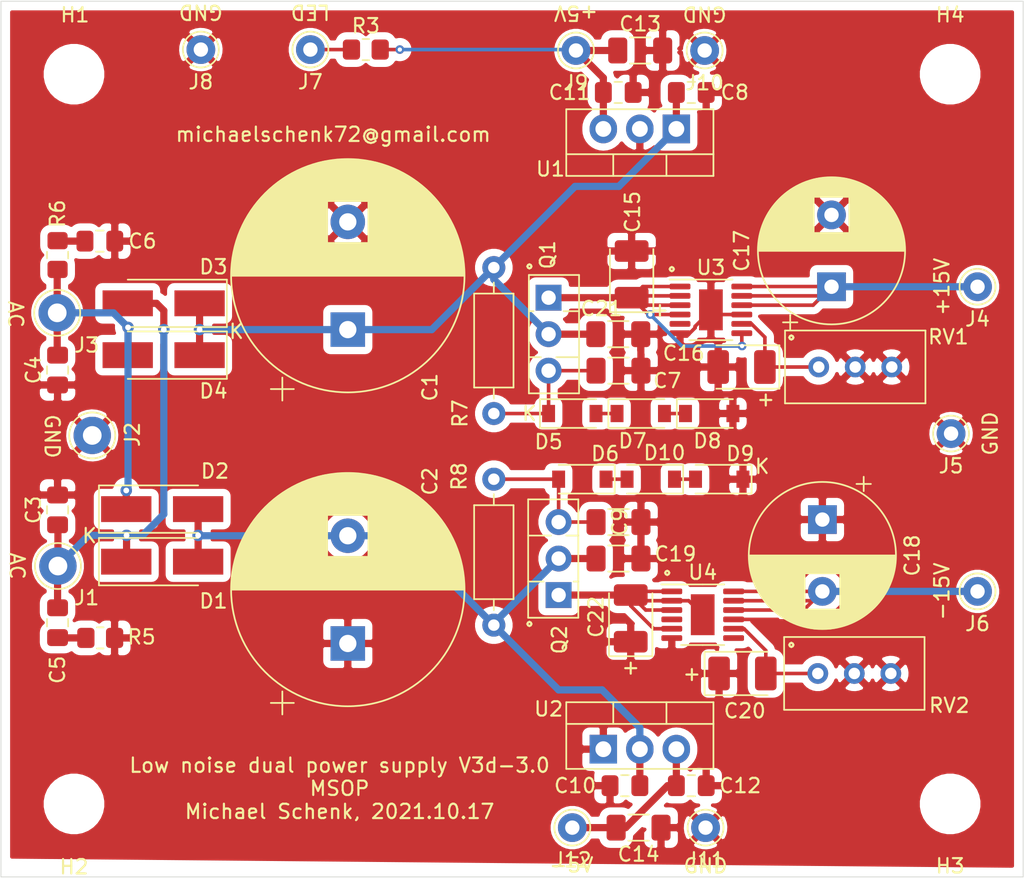
<source format=kicad_pcb>
(kicad_pcb (version 20171130) (host pcbnew "(5.1.10-0-10_14)")
  (layers (0 F.Cu signal) (31 B.Cu signal) (34 B.Paste user) (35 F.Paste user) (36 B.SilkS user) (37 F.SilkS user) (38 B.Mask user) (39 F.Mask user) (44 Edge.Cuts user))
  (net 0 "")
  (net 1 GND)
  (net 2 "Net-(C1-Pad1)")
  (net 3 "Net-(C4-Pad2)")
  (net 4 "Net-(C10-Pad2)")
  (net 5 "Net-(C11-Pad1)")
  (net 6 "Net-(C12-Pad2)")
  (net 7 "Net-(J7-Pad1)")
  (net 8 "Net-(C7-Pad1)")
  (net 9 "Net-(C9-Pad2)")
  (net 10 "Net-(C17-Pad1)")
  (net 11 "Net-(C18-Pad2)")
  (net 12 "Net-(C3-Pad1)")
  (net 13 "Net-(C5-Pad2)")
  (net 14 "Net-(C6-Pad2)")
  (net 15 "Net-(C20-Pad2)")
  (net 16 "Net-(D5-Pad2)")
  (net 17 "Net-(D10-Pad2)")
  (net 18 "Net-(D7-Pad2)")
  (net 19 "Net-(D10-Pad1)")
  (net 20 "Net-(C15-Pad1)")
  (net 21 "Net-(C16-Pad1)")
  (net 22 "Net-(C19-Pad2)")
  (module Capacitor_Tantalum_SMD:CP_EIA-3528-15_AVX-H_Pad1.50x2.35mm_HandSolder (layer F.Cu) (at 131.5345 53.4035 180)
    (fp_text reference C16 (at 4.0265 0.9525) (layer F.SilkS))
    (fp_text value 4.7uF/35V)
    (pad 2 smd roundrect (at 1.625 0 180) (size 1.5 2.35) (layers F.Cu F.Paste F.Mask) (roundrect_rratio 0.166667) (net 1 GND))
    (pad 1 smd roundrect (at -1.625 0 180) (size 1.5 2.35) (layers F.Cu F.Paste F.Mask) (roundrect_rratio 0.166667) (net 21 "Net-(C16-Pad1)"))
  )
  (module Capacitor_THT:CP_Radial_D10.0mm_P5.00mm (layer F.Cu) (at 137.16 64.0245 270)
    (fp_text reference C18 (at 2.5 -6.25 90) (layer F.SilkS))
    (fp_text value 470uF/25V)
    (pad 2 thru_hole circle (at 5 0 270) (size 2 2) (drill 1) (layers *.Cu *.Mask) (net 11 "Net-(C18-Pad2)"))
    (pad 1 thru_hole rect (at 0 0 270) (size 2 2) (drill 1) (layers *.Cu *.Mask) (net 1 GND))
  )
  (module Capacitor_THT:CP_Radial_D10.0mm_P5.00mm (layer F.Cu) (at 137.795 47.8155 90)
    (fp_text reference C17 (at 2.5 -6.25 90) (layer F.SilkS))
    (fp_text value 470uF/25V)
    (pad 2 thru_hole circle (at 5 0 90) (size 2 2) (drill 1) (layers *.Cu *.Mask) (net 1 GND))
    (pad 1 thru_hole rect (at 0 0 90) (size 2 2) (drill 1) (layers *.Cu *.Mask) (net 10 "Net-(C17-Pad1)"))
  )
  (module Package_SO:MSOP-12-1EP_3x4mm_P0.65mm_EP1.65x2.85mm (layer F.Cu) (at 128.8325 70.6495)
    (fp_text reference U4 (at 0 -2.95) (layer F.SilkS))
    (fp_text value LT3094xMSE)
    (pad 13 smd rect (at 0 0) (size 1.65 2.85) (layers F.Cu F.Mask) (net 22 "Net-(C19-Pad2)"))
    (pad 12 smd roundrect (at 2.15 -1.625) (size 1.45 0.4) (layers F.Cu F.Paste F.Mask) (net 11 "Net-(C18-Pad2)"))
    (pad 11 smd roundrect (at 2.15 -0.975) (size 1.45 0.4) (layers F.Cu F.Paste F.Mask) (net 11 "Net-(C18-Pad2)"))
    (pad 10 smd roundrect (at 2.15 -0.325) (size 1.45 0.4) (layers F.Cu F.Paste F.Mask) (net 11 "Net-(C18-Pad2)"))
    (pad 9 smd roundrect (at 2.15 0.325) (size 1.45 0.4) (layers F.Cu F.Paste F.Mask) (net 1 GND))
    (pad 8 smd roundrect (at 2.15 0.975) (size 1.45 0.4) (layers F.Cu F.Paste F.Mask) (net 15 "Net-(C20-Pad2)"))
    (pad 7 smd roundrect (at 2.15 1.625) (size 1.45 0.4) (layers F.Cu F.Paste F.Mask))
    (pad 6 smd roundrect (at -2.15 1.625) (size 1.45 0.4) (layers F.Cu F.Paste F.Mask) (net 1 GND))
    (pad 5 smd roundrect (at -2.15 0.975) (size 1.45 0.4) (layers F.Cu F.Paste F.Mask) (net 22 "Net-(C19-Pad2)"))
    (pad 4 smd roundrect (at -2.15 0.325) (size 1.45 0.4) (layers F.Cu F.Paste F.Mask))
    (pad 3 smd roundrect (at -2.15 -0.325) (size 1.45 0.4) (layers F.Cu F.Paste F.Mask) (net 22 "Net-(C19-Pad2)"))
    (pad 2 smd roundrect (at -2.15 -0.975) (size 1.45 0.4) (layers F.Cu F.Paste F.Mask) (net 22 "Net-(C19-Pad2)"))
    (pad 1 smd roundrect (at -2.15 -1.625) (size 1.45 0.4) (layers F.Cu F.Paste F.Mask) (net 22 "Net-(C19-Pad2)"))
  )
  (module Package_SO:MSOP-12-1EP_3x4mm_P0.65mm_EP1.65x2.85mm (layer F.Cu) (at 129.404 49.4255)
    (fp_text reference U3 (at 0 -2.95) (layer F.SilkS))
    (fp_text value LT3045xMSE)
    (pad 13 smd rect (at 0 0) (size 1.65 2.85) (layers F.Cu F.Mask) (net 1 GND))
    (pad 12 smd roundrect (at 2.15 -1.625) (size 1.45 0.4) (layers F.Cu F.Paste F.Mask) (net 10 "Net-(C17-Pad1)"))
    (pad 11 smd roundrect (at 2.15 -0.975) (size 1.45 0.4) (layers F.Cu F.Paste F.Mask) (net 10 "Net-(C17-Pad1)"))
    (pad 10 smd roundrect (at 2.15 -0.325) (size 1.45 0.4) (layers F.Cu F.Paste F.Mask) (net 10 "Net-(C17-Pad1)"))
    (pad 9 smd roundrect (at 2.15 0.325) (size 1.45 0.4) (layers F.Cu F.Paste F.Mask) (net 1 GND))
    (pad 8 smd roundrect (at 2.15 0.975) (size 1.45 0.4) (layers F.Cu F.Paste F.Mask) (net 21 "Net-(C16-Pad1)"))
    (pad 7 smd roundrect (at 2.15 1.625) (size 1.45 0.4) (layers F.Cu F.Paste F.Mask) (net 20 "Net-(C15-Pad1)"))
    (pad 6 smd roundrect (at -2.15 1.625) (size 1.45 0.4) (layers F.Cu F.Paste F.Mask) (net 1 GND))
    (pad 5 smd roundrect (at -2.15 0.975) (size 1.45 0.4) (layers F.Cu F.Paste F.Mask))
    (pad 4 smd roundrect (at -2.15 0.325) (size 1.45 0.4) (layers F.Cu F.Paste F.Mask) (net 20 "Net-(C15-Pad1)"))
    (pad 3 smd roundrect (at -2.15 -0.325) (size 1.45 0.4) (layers F.Cu F.Paste F.Mask) (net 20 "Net-(C15-Pad1)"))
    (pad 2 smd roundrect (at -2.15 -0.975) (size 1.45 0.4) (layers F.Cu F.Paste F.Mask) (net 20 "Net-(C15-Pad1)"))
    (pad 1 smd roundrect (at -2.15 -1.625) (size 1.45 0.4) (layers F.Cu F.Paste F.Mask) (net 20 "Net-(C15-Pad1)"))
  )
  (module Capacitor_SMD:C_1206_3216Metric_Pad1.33x1.80mm_HandSolder (layer F.Cu) (at 122.9745 66.7385 180)
    (fp_text reference C22 (at 1.5625 -4.064 270) (layer F.SilkS))
    (fp_text value 4.7uF/50V)
    (pad 2 smd roundrect (at 1.5625 0 180) (size 1.325 1.8) (layers F.Cu F.Paste F.Mask) (roundrect_rratio 0.188679) (net 4 "Net-(C10-Pad2)"))
    (pad 1 smd roundrect (at -1.5625 0 180) (size 1.325 1.8) (layers F.Cu F.Paste F.Mask) (roundrect_rratio 0.188679) (net 1 GND))
  )
  (module Capacitor_SMD:C_1206_3216Metric_Pad1.33x1.80mm_HandSolder (layer F.Cu) (at 122.961 51.1175)
    (fp_text reference C21 (at -1.168 -1.778) (layer F.SilkS))
    (fp_text value 4.7uF/50V)
    (pad 2 smd roundrect (at 1.5625 0) (size 1.325 1.8) (layers F.Cu F.Paste F.Mask) (roundrect_rratio 0.188679) (net 1 GND))
    (pad 1 smd roundrect (at -1.5625 0) (size 1.325 1.8) (layers F.Cu F.Paste F.Mask) (roundrect_rratio 0.188679) (net 2 "Net-(C1-Pad1)"))
  )
  (module Capacitor_Tantalum_SMD:CP_EIA-3528-15_AVX-H_Pad1.50x2.35mm_HandSolder (layer F.Cu) (at 131.598 74.7395)
    (fp_text reference C20 (at 0.1645 2.6035) (layer F.SilkS))
    (fp_text value 4.7uF/35V)
    (pad 2 smd roundrect (at 1.625 0) (size 1.5 2.35) (layers F.Cu F.Paste F.Mask) (roundrect_rratio 0.166667) (net 15 "Net-(C20-Pad2)"))
    (pad 1 smd roundrect (at -1.625 0) (size 1.5 2.35) (layers F.Cu F.Paste F.Mask) (roundrect_rratio 0.166667) (net 1 GND))
  )
  (module Capacitor_Tantalum_SMD:CP_EIA-3528-15_AVX-H_Pad1.50x2.35mm_HandSolder (layer F.Cu) (at 123.825 70.9035 90)
    (fp_text reference C19 (at 4.4825 3.1115 180) (layer F.SilkS))
    (fp_text value 4.7uF/35V)
    (pad 2 smd roundrect (at 1.625 0 90) (size 1.5 2.35) (layers F.Cu F.Paste F.Mask) (roundrect_rratio 0.166667) (net 22 "Net-(C19-Pad2)"))
    (pad 1 smd roundrect (at -1.625 0 90) (size 1.5 2.35) (layers F.Cu F.Paste F.Mask) (roundrect_rratio 0.166667) (net 1 GND))
  )
  (module Capacitor_Tantalum_SMD:CP_EIA-3528-15_AVX-H_Pad1.50x2.35mm_HandSolder (layer F.Cu) (at 123.8885 46.9525 90)
    (fp_text reference C15 (at 4.344 0.0635 90) (layer F.SilkS))
    (fp_text value 4.7uF/35V)
    (pad 2 smd roundrect (at 1.625 0 90) (size 1.5 2.35) (layers F.Cu F.Paste F.Mask) (roundrect_rratio 0.166667) (net 1 GND))
    (pad 1 smd roundrect (at -1.625 0 90) (size 1.5 2.35) (layers F.Cu F.Paste F.Mask) (roundrect_rratio 0.166667) (net 20 "Net-(C15-Pad1)"))
  )
  (module Capacitor_SMD:C_1206_3216Metric_Pad1.33x1.80mm_HandSolder (layer F.Cu) (at 122.9745 64.1985 180)
    (fp_text reference C9 (at -0.0885 0 90) (layer F.SilkS))
    (fp_text value 4.7uF/50V)
    (pad 2 smd roundrect (at 1.5625 0 180) (size 1.325 1.8) (layers F.Cu F.Paste F.Mask) (roundrect_rratio 0.188679) (net 9 "Net-(C9-Pad2)"))
    (pad 1 smd roundrect (at -1.5625 0 180) (size 1.325 1.8) (layers F.Cu F.Paste F.Mask) (roundrect_rratio 0.188679) (net 1 GND))
  )
  (module Capacitor_SMD:C_1206_3216Metric_Pad1.33x1.80mm_HandSolder (layer F.Cu) (at 122.9745 53.6575)
    (fp_text reference C7 (at 3.3905 0.6985) (layer F.SilkS))
    (fp_text value 4.7uF/50V)
    (pad 2 smd roundrect (at 1.5625 0) (size 1.325 1.8) (layers F.Cu F.Paste F.Mask) (roundrect_rratio 0.188679) (net 1 GND))
    (pad 1 smd roundrect (at -1.5625 0) (size 1.325 1.8) (layers F.Cu F.Paste F.Mask) (roundrect_rratio 0.188679) (net 8 "Net-(C7-Pad1)"))
  )
  (module Connector_Pin:Pin_D1.0mm_L10.0mm (layer F.Cu) (at 119.761 85.471)
    (fp_text reference J12 (at 0 2.25) (layer F.SilkS))
    (fp_text value -5V)
    (pad 1 thru_hole circle (at 0 0) (size 2 2) (drill 1) (layers *.Cu *.Mask) (net 6 "Net-(C12-Pad2)"))
  )
  (module Connector_Pin:Pin_D1.0mm_L10.0mm (layer F.Cu) (at 129.032 85.471)
    (fp_text reference J11 (at 0 2.25) (layer F.SilkS))
    (fp_text value GND)
    (pad 1 thru_hole circle (at 0 0) (size 2 2) (drill 1) (layers *.Cu *.Mask) (net 1 GND))
  )
  (module Connector_Pin:Pin_D1.0mm_L10.0mm (layer F.Cu) (at 128.9685 31.369)
    (fp_text reference J10 (at 0 2.25) (layer F.SilkS))
    (fp_text value GND)
    (pad 1 thru_hole circle (at 0 0) (size 2 2) (drill 1) (layers *.Cu *.Mask) (net 1 GND))
  )
  (module Connector_Pin:Pin_D1.0mm_L10.0mm (layer F.Cu) (at 120.015 31.369)
    (fp_text reference J9 (at 0 2.25) (layer F.SilkS))
    (fp_text value +5V)
    (pad 1 thru_hole circle (at 0 0) (size 2 2) (drill 1) (layers *.Cu *.Mask) (net 5 "Net-(C11-Pad1)"))
  )
  (module Connector_Pin:Pin_D1.0mm_L10.0mm (layer F.Cu) (at 93.9165 31.3055)
    (fp_text reference J8 (at 0 2.25) (layer F.SilkS))
    (fp_text value GND)
    (pad 1 thru_hole circle (at 0 0) (size 2 2) (drill 1) (layers *.Cu *.Mask) (net 1 GND))
  )
  (module Connector_Pin:Pin_D1.0mm_L10.0mm (layer F.Cu) (at 101.5365 31.3055)
    (fp_text reference J7 (at 0 2.25) (layer F.SilkS))
    (fp_text value LED)
    (pad 1 thru_hole circle (at 0 0) (size 2 2) (drill 1) (layers *.Cu *.Mask) (net 7 "Net-(J7-Pad1)"))
  )
  (module Connector_Pin:Pin_D1.0mm_L10.0mm (layer F.Cu) (at 147.955 69.0245)
    (fp_text reference J6 (at 0 2.25) (layer F.SilkS))
    (fp_text value -15V)
    (pad 1 thru_hole circle (at 0 0) (size 2 2) (drill 1) (layers *.Cu *.Mask) (net 11 "Net-(C18-Pad2)"))
  )
  (module Connector_Pin:Pin_D1.0mm_L10.0mm (layer F.Cu) (at 146.1135 58.039)
    (fp_text reference J5 (at 0 2.25) (layer F.SilkS))
    (fp_text value GND)
    (pad 1 thru_hole circle (at 0 0) (size 2 2) (drill 1) (layers *.Cu *.Mask) (net 1 GND))
  )
  (module Connector_Pin:Pin_D1.0mm_L10.0mm (layer F.Cu) (at 147.955 47.8155)
    (fp_text reference J4 (at 0 2.25) (layer F.SilkS))
    (fp_text value +15V)
    (pad 1 thru_hole circle (at 0 0) (size 2 2) (drill 1) (layers *.Cu *.Mask) (net 10 "Net-(C17-Pad1)"))
  )
  (module Diode_SMD:D_SOD-123 (layer F.Cu) (at 125.221 61.214 180)
    (fp_text reference D10 (at -0.9535 1.8415) (layer F.SilkS))
    (fp_text value MMSZ5232B/5.6V)
    (pad 2 smd rect (at 1.65 0 180) (size 0.9 1.2) (layers F.Cu F.Paste F.Mask) (net 17 "Net-(D10-Pad2)"))
    (pad 1 smd rect (at -1.65 0 180) (size 0.9 1.2) (layers F.Cu F.Paste F.Mask) (net 19 "Net-(D10-Pad1)"))
  )
  (module Diode_SMD:D_SOD-123 (layer F.Cu) (at 129.9835 61.214 180)
    (fp_text reference D9 (at -1.4615 1.778) (layer F.SilkS))
    (fp_text value MMSZ5232B/5.6V)
    (pad 2 smd rect (at 1.65 0 180) (size 0.9 1.2) (layers F.Cu F.Paste F.Mask) (net 19 "Net-(D10-Pad1)"))
    (pad 1 smd rect (at -1.65 0 180) (size 0.9 1.2) (layers F.Cu F.Paste F.Mask) (net 1 GND))
  )
  (module Diode_SMD:D_SOD-123 (layer F.Cu) (at 129.285 56.642)
    (fp_text reference D8 (at -0.126 1.905) (layer F.SilkS))
    (fp_text value MMSZ5232B/5.6V)
    (pad 2 smd rect (at 1.65 0) (size 0.9 1.2) (layers F.Cu F.Paste F.Mask) (net 1 GND))
    (pad 1 smd rect (at -1.65 0) (size 0.9 1.2) (layers F.Cu F.Paste F.Mask) (net 18 "Net-(D7-Pad2)"))
  )
  (module Diode_SMD:D_SOD-123 (layer F.Cu) (at 124.5225 56.642)
    (fp_text reference D7 (at -0.5705 1.905) (layer F.SilkS))
    (fp_text value MMSZ5232B/5.6V)
    (pad 2 smd rect (at 1.65 0) (size 0.9 1.2) (layers F.Cu F.Paste F.Mask) (net 18 "Net-(D7-Pad2)"))
    (pad 1 smd rect (at -1.65 0) (size 0.9 1.2) (layers F.Cu F.Paste F.Mask) (net 16 "Net-(D5-Pad2)"))
  )
  (module Capacitor_SMD:C_1206_3216Metric_Pad1.33x1.80mm_HandSolder (layer F.Cu) (at 124.3715 85.471 180)
    (fp_text reference C14 (at 0 -1.85) (layer F.SilkS))
    (fp_text value 10uF/25V)
    (pad 2 smd roundrect (at 1.5625 0 180) (size 1.325 1.8) (layers F.Cu F.Paste F.Mask) (roundrect_rratio 0.1886784905660377) (net 6 "Net-(C12-Pad2)"))
    (pad 1 smd roundrect (at -1.5625 0 180) (size 1.325 1.8) (layers F.Cu F.Paste F.Mask) (roundrect_rratio 0.1886784905660377) (net 1 GND))
  )
  (module Capacitor_SMD:C_1206_3216Metric_Pad1.33x1.80mm_HandSolder (layer F.Cu) (at 124.485 31.369)
    (fp_text reference C13 (at 0 -1.85) (layer F.SilkS))
    (fp_text value 10uF/25V)
    (pad 2 smd roundrect (at 1.5625 0) (size 1.325 1.8) (layers F.Cu F.Paste F.Mask) (roundrect_rratio 0.1886784905660377) (net 1 GND))
    (pad 1 smd roundrect (at -1.5625 0) (size 1.325 1.8) (layers F.Cu F.Paste F.Mask) (roundrect_rratio 0.1886784905660377) (net 5 "Net-(C11-Pad1)"))
  )
  (module Capacitor_SMD:C_0805_2012Metric_Pad1.18x1.45mm_HandSolder (layer F.Cu) (at 122.9575 34.29)
    (fp_text reference C11 (at -3.387 0) (layer F.SilkS))
    (fp_text value 100nF)
    (pad 2 smd roundrect (at 1.0375 0) (size 1.175 1.45) (layers F.Cu F.Paste F.Mask) (roundrect_rratio 0.2127659574468085) (net 1 GND))
    (pad 1 smd roundrect (at -1.0375 0) (size 1.175 1.45) (layers F.Cu F.Paste F.Mask) (roundrect_rratio 0.2127659574468085) (net 5 "Net-(C11-Pad1)"))
  )
  (module Resistor_THT:R_Axial_DIN0207_L6.3mm_D2.5mm_P10.16mm_Horizontal (layer F.Cu) (at 114.3 61.214 270)
    (fp_text reference R8 (at -0.1905 2.413 90) (layer F.SilkS))
    (fp_text value 430R/0.6W)
    (pad 2 thru_hole oval (at 10.16 0 270) (size 1.6 1.6) (drill 0.8) (layers *.Cu *.Mask) (net 4 "Net-(C10-Pad2)"))
    (pad 1 thru_hole circle (at 0 0 270) (size 1.6 1.6) (drill 0.8) (layers *.Cu *.Mask) (net 9 "Net-(C9-Pad2)"))
  )
  (module Resistor_THT:R_Axial_DIN0207_L6.3mm_D2.5mm_P10.16mm_Horizontal (layer F.Cu) (at 114.3 46.482 270)
    (fp_text reference R7 (at 10.16 2.3495 90) (layer F.SilkS))
    (fp_text value 430R/0.6W)
    (pad 2 thru_hole oval (at 10.16 0 270) (size 1.6 1.6) (drill 0.8) (layers *.Cu *.Mask) (net 8 "Net-(C7-Pad1)"))
    (pad 1 thru_hole circle (at 0 0 270) (size 1.6 1.6) (drill 0.8) (layers *.Cu *.Mask) (net 2 "Net-(C1-Pad1)"))
  )
  (module Resistor_SMD:R_0805_2012Metric_Pad1.20x1.40mm_HandSolder (layer F.Cu) (at 83.947 45.609 270)
    (fp_text reference R6 (at -2.8735 0 90) (layer F.SilkS))
    (fp_text value Rs/1/8W)
    (pad 2 smd roundrect (at 1 0 270) (size 1.2 1.4) (layers F.Cu F.Paste F.Mask) (roundrect_rratio 0.2083325) (net 3 "Net-(C4-Pad2)"))
    (pad 1 smd roundrect (at -1 0 270) (size 1.2 1.4) (layers F.Cu F.Paste F.Mask) (roundrect_rratio 0.2083325) (net 14 "Net-(C6-Pad2)"))
  )
  (module Resistor_SMD:R_0805_2012Metric_Pad1.20x1.40mm_HandSolder (layer F.Cu) (at 86.9155 72.263)
    (fp_text reference R5 (at 2.8735 -0.0635) (layer F.SilkS))
    (fp_text value Rs/1/8W)
    (pad 2 smd roundrect (at 1 0) (size 1.2 1.4) (layers F.Cu F.Paste F.Mask) (roundrect_rratio 0.2083325) (net 1 GND))
    (pad 1 smd roundrect (at -1 0) (size 1.2 1.4) (layers F.Cu F.Paste F.Mask) (roundrect_rratio 0.2083325) (net 13 "Net-(C5-Pad2)"))
  )
  (module Package_TO_SOT_THT:TO-126-3_Vertical (layer F.Cu) (at 118.8085 69.2785 90)
    (fp_text reference Q2 (at -3.1115 0.0635 90) (layer F.SilkS))
    (fp_text value BD140)
    (pad 3 thru_hole oval (at 5.08 0 90) (size 1.8 1.8) (drill 1) (layers *.Cu *.Mask) (net 9 "Net-(C9-Pad2)"))
    (pad 2 thru_hole oval (at 2.54 0 90) (size 1.8 1.8) (drill 1) (layers *.Cu *.Mask) (net 4 "Net-(C10-Pad2)"))
    (pad 1 thru_hole rect (at 0 0 90) (size 1.8 1.8) (drill 1) (layers *.Cu *.Mask) (net 22 "Net-(C19-Pad2)"))
  )
  (module Package_TO_SOT_THT:TO-126-3_Vertical (layer F.Cu) (at 118.11 48.5775 270)
    (fp_text reference Q1 (at -2.9845 0.0635 90) (layer F.SilkS))
    (fp_text value BD139)
    (pad 3 thru_hole oval (at 5.08 0 270) (size 1.8 1.8) (drill 1) (layers *.Cu *.Mask) (net 8 "Net-(C7-Pad1)"))
    (pad 2 thru_hole oval (at 2.54 0 270) (size 1.8 1.8) (drill 1) (layers *.Cu *.Mask) (net 2 "Net-(C1-Pad1)"))
    (pad 1 thru_hole rect (at 0 0 270) (size 1.8 1.8) (drill 1) (layers *.Cu *.Mask) (net 20 "Net-(C15-Pad1)"))
  )
  (module Diode_SMD:D_SOD-123 (layer F.Cu) (at 120.4585 61.214 180)
    (fp_text reference D6 (at -1.5885 1.778) (layer F.SilkS))
    (fp_text value MMSZ5232B/5.6V)
    (pad 2 smd rect (at 1.65 0 180) (size 0.9 1.2) (layers F.Cu F.Paste F.Mask) (net 9 "Net-(C9-Pad2)"))
    (pad 1 smd rect (at -1.65 0 180) (size 0.9 1.2) (layers F.Cu F.Paste F.Mask) (net 17 "Net-(D10-Pad2)"))
  )
  (module Diode_SMD:D_SOD-123 (layer F.Cu) (at 119.76 56.642)
    (fp_text reference D5 (at -1.65 1.9685) (layer F.SilkS))
    (fp_text value MMSZ5232B/5.6V)
    (pad 2 smd rect (at 1.65 0) (size 0.9 1.2) (layers F.Cu F.Paste F.Mask) (net 16 "Net-(D5-Pad2)"))
    (pad 1 smd rect (at -1.65 0) (size 0.9 1.2) (layers F.Cu F.Paste F.Mask) (net 8 "Net-(C7-Pad1)"))
  )
  (module Capacitor_SMD:C_0805_2012Metric_Pad1.18x1.45mm_HandSolder (layer F.Cu) (at 86.8895 44.6405 180)
    (fp_text reference C6 (at -2.963 0) (layer F.SilkS))
    (fp_text value Cs/50V)
    (pad 2 smd roundrect (at 1.0375 0 180) (size 1.175 1.45) (layers F.Cu F.Paste F.Mask) (roundrect_rratio 0.2127659574468085) (net 14 "Net-(C6-Pad2)"))
    (pad 1 smd roundrect (at -1.0375 0 180) (size 1.175 1.45) (layers F.Cu F.Paste F.Mask) (roundrect_rratio 0.2127659574468085) (net 1 GND))
  )
  (module Capacitor_SMD:C_0805_2012Metric_Pad1.18x1.45mm_HandSolder (layer F.Cu) (at 83.947 71.205 270)
    (fp_text reference C5 (at 3.2805 0 90) (layer F.SilkS))
    (fp_text value Cs/50V)
    (pad 2 smd roundrect (at 1.0375 0 270) (size 1.175 1.45) (layers F.Cu F.Paste F.Mask) (roundrect_rratio 0.2127659574468085) (net 13 "Net-(C5-Pad2)"))
    (pad 1 smd roundrect (at -1.0375 0 270) (size 1.175 1.45) (layers F.Cu F.Paste F.Mask) (roundrect_rratio 0.2127659574468085) (net 12 "Net-(C3-Pad1)"))
  )
  (module Capacitor_SMD:C_0805_2012Metric_Pad1.18x1.45mm_HandSolder (layer F.Cu) (at 83.947 53.6155 90)
    (fp_text reference C4 (at 0 -1.68 90) (layer F.SilkS))
    (fp_text value Cx/10nF/50V)
    (pad 2 smd roundrect (at 1.0375 0 90) (size 1.175 1.45) (layers F.Cu F.Paste F.Mask) (roundrect_rratio 0.2127659574468085) (net 3 "Net-(C4-Pad2)"))
    (pad 1 smd roundrect (at -1.0375 0 90) (size 1.175 1.45) (layers F.Cu F.Paste F.Mask) (roundrect_rratio 0.2127659574468085) (net 1 GND))
  )
  (module Capacitor_SMD:C_0805_2012Metric_Pad1.18x1.45mm_HandSolder (layer F.Cu) (at 83.947 63.3515 90)
    (fp_text reference C3 (at 0 -1.68 90) (layer F.SilkS))
    (fp_text value Cx/10nF/50V)
    (pad 2 smd roundrect (at 1.0375 0 90) (size 1.175 1.45) (layers F.Cu F.Paste F.Mask) (roundrect_rratio 0.2127659574468085) (net 1 GND))
    (pad 1 smd roundrect (at -1.0375 0 90) (size 1.175 1.45) (layers F.Cu F.Paste F.Mask) (roundrect_rratio 0.2127659574468085) (net 12 "Net-(C3-Pad1)"))
  )
  (module Package_TO_SOT_THT:TO-220-3_Vertical (layer F.Cu) (at 121.92 80.01)
    (fp_text reference U2 (at -3.81 -2.794) (layer F.SilkS))
    (fp_text value LM7905_TO220)
    (pad 3 thru_hole oval (at 5.08 0) (size 1.905 2) (drill 1.1) (layers *.Cu *.Mask) (net 6 "Net-(C12-Pad2)"))
    (pad 2 thru_hole oval (at 2.54 0) (size 1.905 2) (drill 1.1) (layers *.Cu *.Mask) (net 4 "Net-(C10-Pad2)"))
    (pad 1 thru_hole rect (at 0 0) (size 1.905 2) (drill 1.1) (layers *.Cu *.Mask) (net 1 GND))
  )
  (module Package_TO_SOT_THT:TO-220-3_Vertical (layer F.Cu) (at 127 36.83 180)
    (fp_text reference U1 (at 8.763 -2.794) (layer F.SilkS))
    (fp_text value LM7805_TO220)
    (pad 3 thru_hole oval (at 5.08 0 180) (size 1.905 2) (drill 1.1) (layers *.Cu *.Mask) (net 5 "Net-(C11-Pad1)"))
    (pad 2 thru_hole oval (at 2.54 0 180) (size 1.905 2) (drill 1.1) (layers *.Cu *.Mask) (net 1 GND))
    (pad 1 thru_hole rect (at 0 0 180) (size 1.905 2) (drill 1.1) (layers *.Cu *.Mask) (net 2 "Net-(C1-Pad1)"))
  )
  (module Diode_SMD:D_SMA_Handsoldering (layer F.Cu) (at 91.3276 52.578 180)
    (fp_text reference D4 (at -3.4652 -2.5) (layer F.SilkS))
    (fp_text value BYG20D)
    (pad 2 smd rect (at 2.5 0 180) (size 3.5 1.8) (layers F.Cu F.Paste F.Mask) (net 3 "Net-(C4-Pad2)"))
    (pad 1 smd rect (at -2.5 0 180) (size 3.5 1.8) (layers F.Cu F.Paste F.Mask) (net 2 "Net-(C1-Pad1)"))
  )
  (module Diode_SMD:D_SMA_Handsoldering (layer F.Cu) (at 91.3276 48.9712 180)
    (fp_text reference D3 (at -3.4652 2.54) (layer F.SilkS))
    (fp_text value BYG20D)
    (pad 2 smd rect (at 2.5 0 180) (size 3.5 1.8) (layers F.Cu F.Paste F.Mask) (net 12 "Net-(C3-Pad1)"))
    (pad 1 smd rect (at -2.5 0 180) (size 3.5 1.8) (layers F.Cu F.Paste F.Mask) (net 2 "Net-(C1-Pad1)"))
  )
  (module Diode_SMD:D_SMA_Handsoldering (layer F.Cu) (at 91.226 63.2968)
    (fp_text reference D2 (at 3.6684 -2.6416) (layer F.SilkS))
    (fp_text value BYG20D)
    (pad 2 smd rect (at 2.5 0) (size 3.5 1.8) (layers F.Cu F.Paste F.Mask) (net 4 "Net-(C10-Pad2)"))
    (pad 1 smd rect (at -2.5 0) (size 3.5 1.8) (layers F.Cu F.Paste F.Mask) (net 3 "Net-(C4-Pad2)"))
  )
  (module Diode_SMD:D_SMA_Handsoldering (layer F.Cu) (at 91.226 66.9544)
    (fp_text reference D1 (at 3.5668 2.7432) (layer F.SilkS))
    (fp_text value BYG20D)
    (pad 2 smd rect (at 2.5 0) (size 3.5 1.8) (layers F.Cu F.Paste F.Mask) (net 4 "Net-(C10-Pad2)"))
    (pad 1 smd rect (at -2.5 0) (size 3.5 1.8) (layers F.Cu F.Paste F.Mask) (net 12 "Net-(C3-Pad1)"))
  )
  (module Capacitor_THT:CP_Radial_D16.0mm_P7.50mm (layer F.Cu) (at 104.14 72.651 90)
    (fp_text reference C2 (at 11.2846 5.715 90) (layer F.SilkS))
    (fp_text value 2200uF)
    (pad 2 thru_hole circle (at 7.5 0 90) (size 2.4 2.4) (drill 1.2) (layers *.Cu *.Mask) (net 4 "Net-(C10-Pad2)"))
    (pad 1 thru_hole rect (at 0 0 90) (size 2.4 2.4) (drill 1.2) (layers *.Cu *.Mask) (net 1 GND))
  )
  (module Capacitor_THT:CP_Radial_D16.0mm_P7.50mm (layer F.Cu) (at 104.14 50.8 90)
    (fp_text reference C1 (at -4.0132 5.715 90) (layer F.SilkS))
    (fp_text value 2200uF)
    (pad 2 thru_hole circle (at 7.5 0 90) (size 2.4 2.4) (drill 1.2) (layers *.Cu *.Mask) (net 1 GND))
    (pad 1 thru_hole rect (at 0 0 90) (size 2.4 2.4) (drill 1.2) (layers *.Cu *.Mask) (net 2 "Net-(C1-Pad1)"))
  )
  (module Resistor_SMD:R_0805_2012Metric_Pad1.20x1.40mm_HandSolder (layer F.Cu) (at 105.394 31.3055)
    (fp_text reference R3 (at 0 -1.65) (layer F.SilkS))
    (fp_text value 240R)
    (pad 2 smd roundrect (at 1 0) (size 1.2 1.4) (layers F.Cu F.Paste F.Mask) (roundrect_rratio 0.2083325) (net 5 "Net-(C11-Pad1)"))
    (pad 1 smd roundrect (at -1 0) (size 1.2 1.4) (layers F.Cu F.Paste F.Mask) (roundrect_rratio 0.2083325) (net 7 "Net-(J7-Pad1)"))
  )
  (module Capacitor_SMD:C_0805_2012Metric_Pad1.18x1.45mm_HandSolder (layer F.Cu) (at 128.0375 82.55 180)
    (fp_text reference C12 (at -3.4075 0) (layer F.SilkS))
    (fp_text value 100nF)
    (pad 2 smd roundrect (at 1.0375 0 180) (size 1.175 1.45) (layers F.Cu F.Paste F.Mask) (roundrect_rratio 0.2127659574468085) (net 6 "Net-(C12-Pad2)"))
    (pad 1 smd roundrect (at -1.0375 0 180) (size 1.175 1.45) (layers F.Cu F.Paste F.Mask) (roundrect_rratio 0.2127659574468085) (net 1 GND))
  )
  (module Capacitor_SMD:C_0805_2012Metric_Pad1.18x1.45mm_HandSolder (layer F.Cu) (at 123.4225 82.55)
    (fp_text reference C10 (at -3.471 0) (layer F.SilkS))
    (fp_text value 330nF)
    (pad 2 smd roundrect (at 1.0375 0) (size 1.175 1.45) (layers F.Cu F.Paste F.Mask) (roundrect_rratio 0.2127659574468085) (net 4 "Net-(C10-Pad2)"))
    (pad 1 smd roundrect (at -1.0375 0) (size 1.175 1.45) (layers F.Cu F.Paste F.Mask) (roundrect_rratio 0.2127659574468085) (net 1 GND))
  )
  (module Capacitor_SMD:C_0805_2012Metric_Pad1.18x1.45mm_HandSolder (layer F.Cu) (at 128.0375 34.29)
    (fp_text reference C8 (at 3.0265 0) (layer F.SilkS))
    (fp_text value 330nF)
    (pad 2 smd roundrect (at 1.0375 0) (size 1.175 1.45) (layers F.Cu F.Paste F.Mask) (roundrect_rratio 0.2127659574468085) (net 1 GND))
    (pad 1 smd roundrect (at -1.0375 0) (size 1.175 1.45) (layers F.Cu F.Paste F.Mask) (roundrect_rratio 0.2127659574468085) (net 2 "Net-(C1-Pad1)"))
  )
  (module Potentiometer_THT:Potentiometer_Bourns_3296W_Vertical (layer F.Cu) (at 136.8425 74.7395 180)
    (fp_text reference RV2 (at -9.144 -2.2225) (layer F.SilkS))
    (fp_text value 200k)
    (pad 3 thru_hole circle (at -5.08 0 180) (size 1.44 1.44) (drill 0.8) (layers *.Cu *.Mask) (net 1 GND))
    (pad 2 thru_hole circle (at -2.54 0 180) (size 1.44 1.44) (drill 0.8) (layers *.Cu *.Mask) (net 1 GND))
    (pad 1 thru_hole circle (at 0 0 180) (size 1.44 1.44) (drill 0.8) (layers *.Cu *.Mask) (net 15 "Net-(C20-Pad2)"))
  )
  (module Potentiometer_THT:Potentiometer_Bourns_3296W_Vertical (layer F.Cu) (at 136.906 53.4035 180)
    (fp_text reference RV1 (at -9.017 2.0955) (layer F.SilkS))
    (fp_text value 200k)
    (pad 3 thru_hole circle (at -5.08 0 180) (size 1.44 1.44) (drill 0.8) (layers *.Cu *.Mask) (net 1 GND))
    (pad 2 thru_hole circle (at -2.54 0 180) (size 1.44 1.44) (drill 0.8) (layers *.Cu *.Mask) (net 1 GND))
    (pad 1 thru_hole circle (at 0 0 180) (size 1.44 1.44) (drill 0.8) (layers *.Cu *.Mask) (net 21 "Net-(C16-Pad1)"))
  )
  (module Connector_Pin:Pin_D1.3mm_L11.0mm (layer F.Cu) (at 83.9216 49.6316)
    (fp_text reference J3 (at 2.0574 2.2479 180) (layer F.SilkS))
    (fp_text value AC)
    (pad 1 thru_hole circle (at 0 0) (size 2.6 2.6) (drill 1.3) (layers *.Cu *.Mask) (net 3 "Net-(C4-Pad2)"))
  )
  (module Connector_Pin:Pin_D1.3mm_L11.0mm (layer F.Cu) (at 86.36 58.166)
    (fp_text reference J2 (at 2.794 -0.0635 270) (layer F.SilkS))
    (fp_text value GND)
    (pad 1 thru_hole circle (at 0 0) (size 2.6 2.6) (drill 1.3) (layers *.Cu *.Mask) (net 1 GND))
  )
  (module Connector_Pin:Pin_D1.3mm_L11.0mm (layer F.Cu) (at 83.9724 67.2592)
    (fp_text reference J1 (at 2.0066 2.2098) (layer F.SilkS))
    (fp_text value AC)
    (pad 1 thru_hole circle (at 0 0) (size 2.6 2.6) (drill 1.3) (layers *.Cu *.Mask) (net 12 "Net-(C3-Pad1)"))
  )
  (module MountingHole:MountingHole_3.2mm_M3 (layer F.Cu) (at 146.05 33.02)
    (fp_text reference H4 (at 0 -4.1275) (layer F.SilkS))
    (fp_text value MountingHole)
    (pad 1 np_thru_hole circle (at 0 0) (size 3.2 3.2) (drill 3.2) (layers *.Cu *.Mask))
  )
  (module MountingHole:MountingHole_3.2mm_M3 (layer F.Cu) (at 146.05 83.82)
    (fp_text reference H3 (at 0 4.318) (layer F.SilkS))
    (fp_text value MountingHole)
    (pad 1 np_thru_hole circle (at 0 0) (size 3.2 3.2) (drill 3.2) (layers *.Cu *.Mask))
  )
  (module MountingHole:MountingHole_3.2mm_M3 (layer F.Cu) (at 85.09 83.82)
    (fp_text reference H2 (at 0 4.3815) (layer F.SilkS))
    (fp_text value MountingHole)
    (pad 1 np_thru_hole circle (at 0 0) (size 3.2 3.2) (drill 3.2) (layers *.Cu *.Mask))
  )
  (module MountingHole:MountingHole_3.2mm_M3 (layer F.Cu) (at 85.09 33.02)
    (fp_text reference H1 (at 0.0635 -4.1275) (layer F.SilkS))
    (fp_text value MountingHole)
    (pad 1 np_thru_hole circle (at 0 0) (size 3.2 3.2) (drill 3.2) (layers *.Cu *.Mask))
  )
  (gr_text + (at 123.825 74.295) (layer F.SilkS) (effects (font (size 1 1))))
  (gr_text + (at 125.857 49.403) (layer F.SilkS) (effects (font (size 1 1))))
  (gr_text + (at 133.223 55.626) (layer F.SilkS) (effects (font (size 1 1))))
  (gr_text ° (at 116.7765 71.6915) (layer F.SilkS) (effects (font (size 1 1))))
  (gr_text ° (at 116.7765 46.7995) (layer F.SilkS) (effects (font (size 1 1))))
  (gr_text + (at 128.0795 74.7395) (layer F.SilkS) (effects (font (size 1 1))))
  (gr_text ° (at 126.365 68.1355) (layer F.SilkS) (effects (font (size 1 1))))
  (gr_text ° (at 135.001 51.7525) (layer F.SilkS) (effects (font (size 1 1))))
  (gr_text ° (at 135.001 73.152) (layer F.SilkS) (effects (font (size 1 1))))
  (gr_text ° (at 126.6825 46.99) (layer F.SilkS) (effects (font (size 1 1))))
  (gr_text K (at 132.969 60.325) (layer F.SilkS) (effects (font (size 1 1))))
  (gr_text K (at 116.7765 56.642) (layer F.SilkS) (effects (font (size 1 1))))
  (gr_text K (at 86.1695 65.151) (layer F.SilkS) (effects (font (size 1 1))))
  (gr_text K (at 96.393 50.927) (layer F.SilkS) (effects (font (size 1 1))))
  (gr_text "Low noise dual power supply V3d-3.0\nMSOP\nMichael Schenk, 2021.10.17" (at 103.5685 82.7405) (layer F.SilkS) (effects (font (size 1 1))))
  (gr_text GND (at 128.9685 28.829 180) (layer F.SilkS) (effects (font (size 1 1))))
  (gr_text +5V (at 120.015 28.7655 180) (layer F.SilkS) (effects (font (size 1 1))))
  (gr_text -5V (at 119.6975 88.0745) (layer F.SilkS) (effects (font (size 1 1))))
  (gr_text GND (at 129.032 88.138) (layer F.SilkS) (effects (font (size 1 1))))
  (gr_text GND (at 93.9165 28.702 180) (layer F.SilkS) (effects (font (size 1 1))))
  (gr_text LED (at 101.5365 28.702 180) (layer F.SilkS) (effects (font (size 1 1))))
  (gr_line (start 80.01 27.94) (end 80.01 88.9) (layer Edge.Cuts) (width 0.05))
  (gr_line (start 151.13 27.94) (end 80.01 27.94) (layer Edge.Cuts) (width 0.05))
  (gr_line (start 151.13 88.9) (end 151.13 27.94) (layer Edge.Cuts) (width 0.05))
  (gr_line (start 80.01 88.9) (end 151.13 88.9) (layer Edge.Cuts) (width 0.05))
  (gr_text michaelschenk72@gmail.com (at 103.124 37.211) (layer F.SilkS) (effects (font (size 1 1))))
  (gr_text GND (at 83.566 58.2295 270) (layer F.SilkS) (effects (font (size 1 1))))
  (gr_text AC (at 81.1276 67.2592 270) (layer F.SilkS) (effects (font (size 1 1))))
  (gr_text AC (at 81.026 49.7332 270) (layer F.SilkS) (effects (font (size 1 1))))
  (gr_text -15V (at 145.4785 69.0245 90) (layer F.SilkS) (effects (font (size 1 1))))
  (gr_text GND (at 148.844 58.039 90) (layer F.SilkS) (effects (font (size 1 1))))
  (gr_text +15V (at 145.4785 47.8155 90) (layer F.SilkS) (effects (font (size 1 1))))
  (segment (start 126.6825 72.2745) (end 126.6825 74.6125) (width 0.25) (layer F.Cu) (net 1))
  (segment (start 129.729 49.7505) (end 129.404 49.4255) (width 0.25) (layer F.Cu) (net 1))
  (segment (start 131.554 49.7505) (end 129.729 49.7505) (width 0.25) (layer F.Cu) (net 1))
  (segment (start 129.404 49.4755) (end 129.404 49.4255) (width 0.25) (layer F.Cu) (net 1))
  (segment (start 127.454 51.2505) (end 127.730058 51.2505) (width 0.25) (layer F.Cu) (net 1))
  (segment (start 128.30401 50.57549) (end 129.404 49.4755) (width 0.25) (layer F.Cu) (net 1))
  (segment (start 127.730058 51.2505) (end 128.30401 50.676548) (width 0.25) (layer F.Cu) (net 1))
  (segment (start 128.30401 50.676548) (end 128.30401 50.57549) (width 0.25) (layer F.Cu) (net 1))
  (segment (start 127.254 51.0505) (end 127.454 51.2505) (width 0.25) (layer F.Cu) (net 1))
  (segment (start 130.9825 70.9745) (end 134.03 70.9745) (width 0.25) (layer F.Cu) (net 1))
  (segment (start 134.03 70.9745) (end 134.366 71.3105) (width 0.25) (layer F.Cu) (net 1))
  (segment (start 93.8276 52.244) (end 93.7984 52.2732) (width 0.5) (layer F.Cu) (net 2))
  (via (at 93.8276 50.8) (size 0.8) (drill 0.4) (layers F.Cu B.Cu) (net 2))
  (segment (start 93.8276 50.8) (end 93.8276 48.9712) (width 0.5) (layer F.Cu) (net 2))
  (segment (start 93.8276 50.8) (end 93.8276 52.578) (width 0.5) (layer F.Cu) (net 2))
  (segment (start 109.982 50.8) (end 114.3 46.482) (width 0.5) (layer B.Cu) (net 2))
  (segment (start 104.14 50.8) (end 109.982 50.8) (width 0.5) (layer B.Cu) (net 2))
  (segment (start 114.3 47.3075) (end 114.3 46.482) (width 0.5) (layer B.Cu) (net 2))
  (segment (start 118.11 51.1175) (end 114.3 47.3075) (width 0.5) (layer B.Cu) (net 2))
  (segment (start 127 36.83) (end 127 34.29) (width 0.5) (layer F.Cu) (net 2))
  (segment (start 114.3 46.482) (end 119.9515 40.8305) (width 0.5) (layer B.Cu) (net 2))
  (segment (start 122.9995 40.8305) (end 127 36.83) (width 0.5) (layer B.Cu) (net 2))
  (segment (start 119.9515 40.8305) (end 122.9995 40.8305) (width 0.5) (layer B.Cu) (net 2))
  (segment (start 104.14 50.8) (end 93.8276 50.8) (width 0.5) (layer B.Cu) (net 2))
  (segment (start 121.3985 51.1175) (end 118.11 51.1175) (width 0.5) (layer F.Cu) (net 2))
  (segment (start 88.726 63.2968) (end 88.726 61.9976) (width 0.5) (layer F.Cu) (net 3))
  (segment (start 87.8332 49.6316) (end 88.8492 50.6476) (width 0.5) (layer B.Cu) (net 3))
  (via (at 88.8492 50.6476) (size 0.8) (drill 0.4) (layers F.Cu B.Cu) (net 3))
  (segment (start 83.9216 49.6316) (end 87.8332 49.6316) (width 0.5) (layer B.Cu) (net 3))
  (segment (start 88.8492 52.5564) (end 88.8276 52.578) (width 0.5) (layer F.Cu) (net 3))
  (segment (start 88.8492 50.6476) (end 88.8492 52.5564) (width 0.5) (layer F.Cu) (net 3))
  (via (at 88.726 61.9976) (size 0.8) (drill 0.4) (layers F.Cu B.Cu) (net 3))
  (segment (start 88.8492 61.8744) (end 88.726 61.9976) (width 0.5) (layer B.Cu) (net 3))
  (segment (start 88.8492 50.6476) (end 88.8492 61.8744) (width 0.5) (layer B.Cu) (net 3))
  (segment (start 83.9216 52.5526) (end 83.947 52.578) (width 0.5) (layer F.Cu) (net 3))
  (segment (start 83.9216 49.6316) (end 83.9216 52.5526) (width 0.5) (layer F.Cu) (net 3))
  (segment (start 83.9216 46.6344) (end 83.947 46.609) (width 0.5) (layer F.Cu) (net 3))
  (segment (start 83.9216 49.6316) (end 83.9216 46.6344) (width 0.5) (layer F.Cu) (net 3))
  (via (at 93.726 65.1256) (size 0.8) (drill 0.4) (layers F.Cu B.Cu) (net 4))
  (segment (start 93.726 65.1256) (end 93.726 63.2968) (width 0.5) (layer F.Cu) (net 4))
  (segment (start 93.726 65.1256) (end 93.726 66.9544) (width 0.5) (layer F.Cu) (net 4))
  (segment (start 124.46 82.55) (end 124.46 80.01) (width 0.5) (layer F.Cu) (net 4))
  (segment (start 108.077 65.151) (end 114.3 71.374) (width 0.5) (layer B.Cu) (net 4))
  (segment (start 104.14 65.151) (end 108.077 65.151) (width 0.5) (layer B.Cu) (net 4))
  (segment (start 114.3 71.247) (end 114.3 71.374) (width 0.5) (layer B.Cu) (net 4))
  (segment (start 118.8085 66.7385) (end 114.3 71.247) (width 0.5) (layer B.Cu) (net 4))
  (segment (start 114.3 71.374) (end 118.8085 75.8825) (width 0.5) (layer B.Cu) (net 4))
  (segment (start 124.46 78.51) (end 124.46 80.01) (width 0.5) (layer B.Cu) (net 4))
  (segment (start 121.8325 75.8825) (end 124.46 78.51) (width 0.5) (layer B.Cu) (net 4))
  (segment (start 118.8085 75.8825) (end 121.8325 75.8825) (width 0.5) (layer B.Cu) (net 4))
  (segment (start 93.7514 65.151) (end 93.726 65.1256) (width 0.5) (layer B.Cu) (net 4))
  (segment (start 104.14 65.151) (end 93.7514 65.151) (width 0.5) (layer B.Cu) (net 4))
  (segment (start 121.412 66.7385) (end 118.8085 66.7385) (width 0.5) (layer F.Cu) (net 4))
  (via (at 107.7595 31.3055) (size 0.6) (drill 0.3) (layers F.Cu B.Cu) (net 5))
  (segment (start 106.394 31.3055) (end 107.7595 31.3055) (width 0.25) (layer F.Cu) (net 5))
  (segment (start 119.9515 31.3055) (end 120.015 31.369) (width 0.25) (layer B.Cu) (net 5))
  (segment (start 107.7595 31.3055) (end 119.9515 31.3055) (width 0.25) (layer B.Cu) (net 5))
  (segment (start 121.92 36.83) (end 121.92 34.29) (width 0.5) (layer F.Cu) (net 5))
  (segment (start 120.015 31.369) (end 122.9225 31.369) (width 0.5) (layer F.Cu) (net 5))
  (segment (start 121.92 34.29) (end 121.92 33.274) (width 0.5) (layer F.Cu) (net 5))
  (segment (start 121.92 33.274) (end 120.015 31.369) (width 0.5) (layer F.Cu) (net 5))
  (segment (start 127 82.55) (end 127 80.01) (width 0.5) (layer F.Cu) (net 6))
  (segment (start 126.3925 82.55) (end 127 82.55) (width 0.5) (layer F.Cu) (net 6))
  (segment (start 123.4715 85.471) (end 126.3925 82.55) (width 0.5) (layer F.Cu) (net 6))
  (segment (start 122.809 85.471) (end 123.4715 85.471) (width 0.5) (layer F.Cu) (net 6))
  (segment (start 122.809 85.471) (end 119.761 85.471) (width 0.5) (layer F.Cu) (net 6))
  (segment (start 104.394 31.3055) (end 101.5365 31.3055) (width 0.25) (layer F.Cu) (net 7))
  (segment (start 114.3 56.642) (end 118.11 56.642) (width 0.25) (layer F.Cu) (net 8))
  (segment (start 118.11 56.642) (end 118.11 53.6575) (width 0.25) (layer F.Cu) (net 8))
  (segment (start 118.11 53.6575) (end 121.412 53.6575) (width 0.25) (layer F.Cu) (net 8))
  (segment (start 114.3 61.214) (end 118.8085 61.214) (width 0.25) (layer F.Cu) (net 9))
  (segment (start 118.8085 61.214) (end 118.8085 64.1985) (width 0.25) (layer F.Cu) (net 9))
  (segment (start 118.8085 64.1985) (end 121.412 64.1985) (width 0.25) (layer F.Cu) (net 9))
  (segment (start 137.78 47.8005) (end 137.795 47.8155) (width 0.25) (layer F.Cu) (net 10))
  (segment (start 131.554 47.8005) (end 137.78 47.8005) (width 0.25) (layer F.Cu) (net 10))
  (segment (start 137.16 48.4505) (end 137.795 47.8155) (width 0.25) (layer F.Cu) (net 10))
  (segment (start 131.554 48.4505) (end 137.16 48.4505) (width 0.25) (layer F.Cu) (net 10))
  (segment (start 136.51 49.1005) (end 137.795 47.8155) (width 0.25) (layer F.Cu) (net 10))
  (segment (start 131.554 49.1005) (end 136.51 49.1005) (width 0.25) (layer F.Cu) (net 10))
  (segment (start 137.795 47.8155) (end 147.955 47.8155) (width 0.5) (layer B.Cu) (net 10))
  (segment (start 137.16 69.0245) (end 147.955 69.0245) (width 0.5) (layer B.Cu) (net 11))
  (segment (start 130.9825 69.0245) (end 137.16 69.0245) (width 0.25) (layer F.Cu) (net 11))
  (segment (start 136.51 69.6745) (end 137.16 69.0245) (width 0.25) (layer F.Cu) (net 11))
  (segment (start 130.9825 69.6745) (end 136.51 69.6745) (width 0.25) (layer F.Cu) (net 11))
  (segment (start 135.86 70.3245) (end 137.16 69.0245) (width 0.25) (layer F.Cu) (net 11))
  (segment (start 130.9825 70.3245) (end 135.86 70.3245) (width 0.25) (layer F.Cu) (net 11))
  (segment (start 83.9724 67.2592) (end 86.106 65.1256) (width 0.5) (layer B.Cu) (net 12))
  (via (at 88.7476 65.1256) (size 0.8) (drill 0.4) (layers F.Cu B.Cu) (net 12))
  (segment (start 86.106 65.1256) (end 88.7476 65.1256) (width 0.5) (layer B.Cu) (net 12))
  (segment (start 88.7476 66.9328) (end 88.726 66.9544) (width 0.5) (layer F.Cu) (net 12))
  (segment (start 88.7476 65.1256) (end 88.7476 66.9328) (width 0.5) (layer F.Cu) (net 12))
  (segment (start 88.7476 65.1256) (end 89.8652 65.1256) (width 0.5) (layer B.Cu) (net 12))
  (via (at 91.3384 50.8) (size 0.8) (drill 0.4) (layers F.Cu B.Cu) (net 12))
  (segment (start 91.3384 63.6524) (end 91.3384 50.8) (width 0.5) (layer B.Cu) (net 12))
  (segment (start 89.8652 65.1256) (end 91.3384 63.6524) (width 0.5) (layer B.Cu) (net 12))
  (segment (start 91.3384 50.8) (end 91.3384 49.4792) (width 0.5) (layer F.Cu) (net 12))
  (segment (start 90.8304 48.9712) (end 88.8276 48.9712) (width 0.5) (layer F.Cu) (net 12))
  (segment (start 91.3384 49.4792) (end 90.8304 48.9712) (width 0.5) (layer F.Cu) (net 12))
  (segment (start 83.9724 64.4779) (end 83.8835 64.389) (width 0.5) (layer F.Cu) (net 12))
  (segment (start 83.9724 64.4144) (end 83.947 64.389) (width 0.5) (layer F.Cu) (net 12))
  (segment (start 83.9724 67.2592) (end 83.9724 64.4144) (width 0.5) (layer F.Cu) (net 12))
  (segment (start 83.947 67.2846) (end 83.9724 67.2592) (width 0.5) (layer F.Cu) (net 12))
  (segment (start 83.947 70.1675) (end 83.947 67.2846) (width 0.5) (layer F.Cu) (net 12))
  (segment (start 83.9675 72.263) (end 83.947 72.2425) (width 0.5) (layer F.Cu) (net 13))
  (segment (start 85.9155 72.263) (end 83.9675 72.263) (width 0.5) (layer F.Cu) (net 13))
  (segment (start 83.9785 44.6405) (end 83.947 44.609) (width 0.5) (layer F.Cu) (net 14))
  (segment (start 85.852 44.6405) (end 83.9785 44.6405) (width 0.5) (layer F.Cu) (net 14))
  (segment (start 133.223 73.14) (end 133.223 74.7395) (width 0.25) (layer F.Cu) (net 15))
  (segment (start 131.7075 71.6245) (end 133.223 73.14) (width 0.25) (layer F.Cu) (net 15))
  (segment (start 130.9825 71.6245) (end 131.7075 71.6245) (width 0.25) (layer F.Cu) (net 15))
  (segment (start 133.223 74.7395) (end 136.8425 74.7395) (width 0.25) (layer F.Cu) (net 15))
  (segment (start 121.41 56.642) (end 122.8725 56.642) (width 0.25) (layer F.Cu) (net 16))
  (segment (start 122.1085 61.214) (end 123.571 61.214) (width 0.25) (layer F.Cu) (net 17))
  (segment (start 126.1725 56.642) (end 127.635 56.642) (width 0.25) (layer F.Cu) (net 18))
  (segment (start 126.871 61.214) (end 128.3335 61.214) (width 0.25) (layer F.Cu) (net 19))
  (segment (start 124.1575 48.1815) (end 123.8885 48.4505) (width 0.25) (layer F.Cu) (net 20))
  (segment (start 124.5385 49.1005) (end 123.8885 48.4505) (width 0.25) (layer F.Cu) (net 20))
  (segment (start 127.254 49.7505) (end 125.1885 49.7505) (width 0.25) (layer F.Cu) (net 20))
  (via (at 131.572 51.943) (size 0.6) (drill 0.3) (layers F.Cu B.Cu) (net 20))
  (segment (start 131.554 51.925) (end 131.572 51.943) (width 0.25) (layer F.Cu) (net 20))
  (segment (start 131.554 51.0505) (end 131.554 51.925) (width 0.25) (layer F.Cu) (net 20))
  (via (at 125.1885 49.7505) (size 0.6) (drill 0.3) (layers F.Cu B.Cu) (net 20))
  (segment (start 127.381 51.943) (end 125.1885 49.7505) (width 0.25) (layer B.Cu) (net 20))
  (segment (start 131.572 51.943) (end 127.381 51.943) (width 0.25) (layer B.Cu) (net 20))
  (segment (start 124.6655 47.8005) (end 123.8885 48.5775) (width 0.25) (layer F.Cu) (net 20))
  (segment (start 127.254 47.8005) (end 124.6655 47.8005) (width 0.25) (layer F.Cu) (net 20))
  (segment (start 124.0155 48.4505) (end 123.8885 48.5775) (width 0.25) (layer F.Cu) (net 20))
  (segment (start 127.254 48.4505) (end 124.0155 48.4505) (width 0.25) (layer F.Cu) (net 20))
  (segment (start 124.4115 49.1005) (end 123.8885 48.5775) (width 0.25) (layer F.Cu) (net 20))
  (segment (start 127.254 49.1005) (end 124.4115 49.1005) (width 0.25) (layer F.Cu) (net 20))
  (segment (start 125.0615 49.7505) (end 123.8885 48.5775) (width 0.25) (layer F.Cu) (net 20))
  (segment (start 125.1885 49.7505) (end 125.0615 49.7505) (width 0.25) (layer F.Cu) (net 20))
  (segment (start 118.11 48.5775) (end 123.8885 48.5775) (width 0.5) (layer F.Cu) (net 20))
  (segment (start 132.230058 50.4005) (end 133.1595 51.329942) (width 0.25) (layer F.Cu) (net 21))
  (segment (start 133.1595 51.329942) (end 133.1595 53.4035) (width 0.25) (layer F.Cu) (net 21))
  (segment (start 131.554 50.4005) (end 132.230058 50.4005) (width 0.25) (layer F.Cu) (net 21))
  (segment (start 133.1595 53.4035) (end 136.906 53.4035) (width 0.25) (layer F.Cu) (net 21))
  (segment (start 118.822 69.265) (end 118.8085 69.2785) (width 0.5) (layer F.Cu) (net 22))
  (segment (start 127.8575 69.6745) (end 128.8325 70.6495) (width 0.25) (layer F.Cu) (net 22))
  (segment (start 126.6825 69.6745) (end 127.8575 69.6745) (width 0.25) (layer F.Cu) (net 22))
  (segment (start 124.079 69.0245) (end 123.825 69.2785) (width 0.25) (layer F.Cu) (net 22))
  (segment (start 126.6825 69.0245) (end 124.079 69.0245) (width 0.25) (layer F.Cu) (net 22))
  (segment (start 124.221 69.6745) (end 123.825 69.2785) (width 0.25) (layer F.Cu) (net 22))
  (segment (start 126.6825 69.6745) (end 124.221 69.6745) (width 0.25) (layer F.Cu) (net 22))
  (segment (start 124.871 70.3245) (end 123.825 69.2785) (width 0.25) (layer F.Cu) (net 22))
  (segment (start 126.6825 70.3245) (end 124.871 70.3245) (width 0.25) (layer F.Cu) (net 22))
  (segment (start 123.825 70.0285) (end 123.825 69.2785) (width 0.25) (layer F.Cu) (net 22))
  (segment (start 125.421 71.6245) (end 123.825 70.0285) (width 0.25) (layer F.Cu) (net 22))
  (segment (start 126.6825 71.6245) (end 125.421 71.6245) (width 0.25) (layer F.Cu) (net 22))
  (segment (start 118.8085 69.2785) (end 123.825 69.2785) (width 0.5) (layer F.Cu) (net 22))
  (zone (net 1) (net_name GND) (layer F.Cu) (connect_pads (clearance 0.508)) (min_thickness 0.254) (fill yes (arc_segments 32) (thermal_gap 0.508) (thermal_bridge_width 0.508))
    (polygon (pts (xy 150.495 88.265) (xy 80.645 87.63) (xy 80.645 28.575) (xy 150.495 28.575)))
  )
)
</source>
